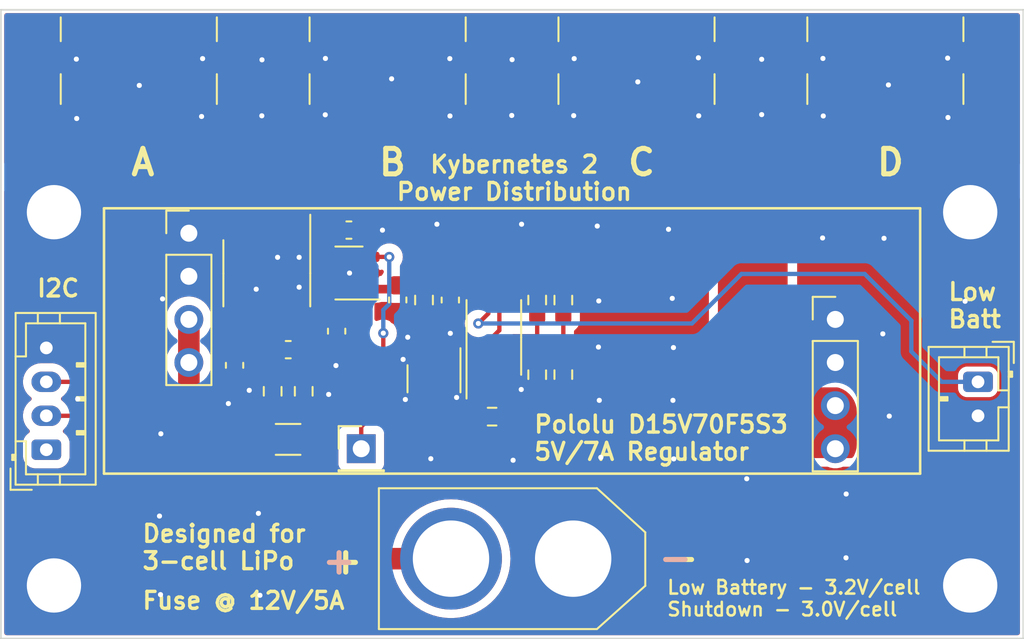
<source format=kicad_pcb>
(kicad_pcb (version 20221018) (generator pcbnew)
  (layers (0 "F.Cu" signal) (31 "B.Cu" signal) (34 "B.Paste" user) (35 "F.Paste" user) (36 "B.SilkS" user "B.Silkscreen") (37 "F.SilkS" user "F.Silkscreen") (38 "B.Mask" user) (39 "F.Mask" user) (44 "Edge.Cuts" user))
  (net 0 "")
  (net 1 "GND")
  (net 2 "+12V")
  (net 3 "+5V")
  (net 4 "LogicBattLowSense")
  (net 5 "LogicBattCritSense")
  (net 6 "LogicBattRef")
  (net 7 "Net-(U4-BP)")
  (net 8 "Net-(U3-IN+)")
  (net 9 "Net-(U3-IN-)")
  (net 10 "+3V3")
  (net 11 "REGULATOR_IN")
  (net 13 "SDA")
  (net 14 "SCL")
  (net 15 "Net-(J6-CC1)")
  (net 16 "Net-(J6-CC2)")
  (net 23 "REGULATOR_EN")
  (net 24 "Net-(J10-Pin_1)")
  (footprint "Connector_USB:USB_C_Receptacle_GCT_USB4135-GF-A_6P_TopMnt_Horizontal" (layer "F.Cu") (at 123.66 67.5 180)
    (fp_text reference "J6" hide)
    (fp_text value "USB_C_Receptacle_PowerOnly_6P" hide)
    (pad "A5" smd rect (at -0.5 -3.0325 180) (size 0.7 1.2) (layers "F.Cu" "F.Paste" "F.Mask") (net 15 "Net-(J6-CC1)"))
    (pad "A9" smd rect (at 1.52 -3.0325) (size 0.76 1.2) (layers "F.Cu" "F.Paste" "F.Mask") (net 3 "+5V"))
    (pad "A12" smd rect (at 2.75 -3.0325) (size 0.8 1.2) (layers "F.Cu" "F.Paste" "F.Mask") (net 1 "GND"))
    (pad "B5" smd rect (at 0.5 -3.0325) (size 0.7 1.2) (layers "F.Cu" "F.Paste" "F.Mask") (net 16 "Net-(J6-CC2)"))
    (pad "B9" smd rect (at -1.52 -3.0325 180) (size 0.76 1.2) (layers "F.Cu" "F.Paste" "F.Mask") (net 3 "+5V"))
    (pad "B12" smd rect (at -2.75 -3.0325 180) (size 0.8 1.2) (layers "F.Cu" "F.Paste" "F.Mask") (net 1 "GND"))
    (pad "S1" smd rect (at -5.125 -2.9775 180) (size 1.8 1.35) (layers "F.Cu" "F.Paste" "F.Mask") (net 1 "GND"))
    (pad "S1" smd rect (at -5.125 0.6025 180) (size 1.8 1.5) (layers "F.Cu" "F.Paste" "F.Mask") (net 1 "GND"))
    (pad "S1" smd rect (at 5.125 -2.9775 180) (size 1.8 1.35) (layers "F.Cu" "F.Paste" "F.Mask") (net 1 "GND"))
    (pad "S1" smd rect (at 5.125 0.6025 180) (size 1.8 1.5) (layers "F.Cu" "F.Paste" "F.Mask") (net 1 "GND"))
  )
  (footprint "Resistor_SMD:R_0603_1608Metric_Pad0.98x0.95mm_HandSolder" (layer "F.Cu") (at 133.38 86.535 90)
    (fp_text reference "R8" hide)
    (fp_text value "10" hide)
    (pad "1" smd roundrect (at -0.9125 0 90) (size 0.975 0.95) (layers "F.Cu" "F.Paste" "F.Mask") (net 2 "+12V"))
    (pad "2" smd roundrect (at 0.9125 0 90) (size 0.975 0.95) (layers "F.Cu" "F.Paste" "F.Mask") (net 8 "Net-(U3-IN+)"))
  )
  (footprint "Connector_AMASS:AMASS_XT60-M_1x02_P7.20mm_Vertical" (layer "F.Cu") (at 149.26 96.4 180)
    (fp_text reference "J1" hide)
    (fp_text value "Logic Battery" hide)
    (pad "1" thru_hole roundrect (at 0 0 180) (size 6 6) (drill 4.5) (layers "*.Cu" "*.Mask") (net 1 "GND"))
    (pad "2" thru_hole circle (at 7.2 0 180) (size 6 6) (drill 4.5) (layers "*.Cu" "*.Mask") (net 2 "+12V"))
  )
  (footprint "Capacitor_SMD:C_0603_1608Metric_Pad1.08x0.95mm_HandSolder" (layer "F.Cu") (at 136.0425 77.035)
    (fp_text reference "C4" hide)
    (fp_text value "10n")
    (pad "1" smd roundrect (at -0.8625 0) (size 1.075 0.95) (layers "F.Cu" "F.Paste" "F.Mask") (net 7 "Net-(U4-BP)"))
    (pad "2" smd roundrect (at 0.8625 0) (size 1.075 0.95) (layers "F.Cu" "F.Paste" "F.Mask") (net 1 "GND"))
  )
  (footprint "Resistor_SMD:R_0603_1608Metric_Pad0.98x0.95mm_HandSolder" (layer "F.Cu") (at 148.68 85.5525 -90)
    (fp_text reference "R2" hide)
    (fp_text value "22k1" hide)
    (pad "1" smd roundrect (at -0.9125 0 270) (size 0.975 0.95) (layers "F.Cu" "F.Paste" "F.Mask") (net 4 "LogicBattLowSense"))
    (pad "2" smd roundrect (at 0.9125 0 270) (size 0.975 0.95) (layers "F.Cu" "F.Paste" "F.Mask") (net 1 "GND"))
  )
  (footprint "Package_SO:TSSOP-8_4.4x3mm_P0.65mm" (layer "F.Cu") (at 144.585 83.3625 90)
    (fp_text reference "U2" hide)
    (fp_text value "LM2903" hide)
    (pad "1" smd roundrect (at -2.8625 -0.975 90) (size 1.475 0.4) (layers "F.Cu" "F.Paste" "F.Mask") (net 23 "REGULATOR_EN"))
    (pad "2" smd roundrect (at -2.8625 -0.325 90) (size 1.475 0.4) (layers "F.Cu" "F.Paste" "F.Mask") (net 6 "LogicBattRef"))
    (pad "3" smd roundrect (at -2.8625 0.325 90) (size 1.475 0.4) (layers "F.Cu" "F.Paste" "F.Mask") (net 5 "LogicBattCritSense"))
    (pad "4" smd roundrect (at -2.8625 0.975 90) (size 1.475 0.4) (layers "F.Cu" "F.Paste" "F.Mask") (net 1 "GND"))
    (pad "5" smd roundrect (at 2.8625 0.975 90) (size 1.475 0.4) (layers "F.Cu" "F.Paste" "F.Mask") (net 4 "LogicBattLowSense"))
    (pad "6" smd roundrect (at 2.8625 0.325 90) (size 1.475 0.4) (layers "F.Cu" "F.Paste" "F.Mask") (net 6 "LogicBattRef"))
    (pad "7" smd roundrect (at 2.8625 -0.325 90) (size 1.475 0.4) (layers "F.Cu" "F.Paste" "F.Mask") (net 24 "Net-(J10-Pin_1)"))
    (pad "8" smd roundrect (at 2.8625 -0.975 90) (size 1.475 0.4) (layers "F.Cu" "F.Paste" "F.Mask") (net 2 "+12V"))
  )
  (footprint "Capacitor_SMD:C_0603_1608Metric_Pad1.08x0.95mm_HandSolder" (layer "F.Cu") (at 142.02 81.1575 -90)
    (fp_text reference "C1" hide)
    (fp_text value "100n" hide)
    (pad "1" smd roundrect (at -0.8625 0 270) (size 1.075 0.95) (layers "F.Cu" "F.Paste" "F.Mask") (net 2 "+12V"))
    (pad "2" smd roundrect (at 0.8625 0 270) (size 1.075 0.95) (layers "F.Cu" "F.Paste" "F.Mask") (net 1 "GND"))
  )
  (footprint "Connector_PinHeader_2.54mm:PinHeader_1x04_P2.54mm_Vertical" (layer "F.Cu") (at 164.71 82.3)
    (fp_text reference "J3" hide)
    (fp_text value "Regulator Out")
    (pad "1" thru_hole rect (at 0 0) (size 1.7 1.7) (drill 1) (layers "*.Cu" "*.Mask") (net 1 "GND"))
    (pad "2" thru_hole oval (at 0 2.54) (size 1.7 1.7) (drill 1) (layers "*.Cu" "*.Mask") (net 1 "GND"))
    (pad "3" thru_hole oval (at 0 5.08) (size 1.7 1.7) (drill 1) (layers "*.Cu" "*.Mask") (net 3 "+5V"))
    (pad "4" thru_hole oval (at 0 7.62) (size 1.7 1.7) (drill 1) (layers "*.Cu" "*.Mask") (net 3 "+5V"))
  )
  (footprint "Resistor_SMD:R_1206_3216Metric_Pad1.30x1.75mm_HandSolder" (layer "F.Cu") (at 132.46 89.37 180)
    (fp_text reference "R7" hide)
    (fp_text value "8 mOhm" hide)
    (pad "1" smd roundrect (at -1.55 0 180) (size 1.3 1.75) (layers "F.Cu" "F.Paste" "F.Mask") (roundrect_rratio 0.1923076923) (net 2 "+12V"))
    (pad "2" smd roundrect (at 1.55 0 180) (size 1.3 1.75) (layers "F.Cu" "F.Paste" "F.Mask") (roundrect_rratio 0.1923076923) (net 11 "REGULATOR_IN"))
  )
  (footprint "Capacitor_SMD:C_0603_1608Metric_Pad1.08x0.95mm_HandSolder" (layer "F.Cu") (at 132.4675 84.0825 180)
    (fp_text reference "C5" hide)
    (fp_text value "1u" hide)
    (pad "1" smd roundrect (at -0.8625 0 180) (size 1.075 0.95) (layers "F.Cu" "F.Paste" "F.Mask") (net 8 "Net-(U3-IN+)"))
    (pad "2" smd roundrect (at 0.8625 0 180) (size 1.075 0.95) (layers "F.Cu" "F.Paste" "F.Mask") (net 9 "Net-(U3-IN-)"))
  )
  (footprint "Capacitor_SMD:C_0603_1608Metric_Pad1.08x0.95mm_HandSolder" (layer "F.Cu") (at 129.305 85.005 -90)
    (fp_text reference "C2" hide)
    (fp_text value "100n" hide)
    (pad "1" smd roundrect (at -0.8625 0 270) (size 1.075 0.95) (layers "F.Cu" "F.Paste" "F.Mask") (net 10 "+3V3"))
    (pad "2" smd roundrect (at 0.8625 0 270) (size 1.075 0.95) (layers "F.Cu" "F.Paste" "F.Mask") (net 1 "GND"))
  )
  (footprint "Package_SO:SOIC-8_3.9x4.9mm_P1.27mm" (layer "F.Cu") (at 131.205 79.5825 -90)
    (fp_text reference "U3" hide)
    (fp_text value "INA219BxD" hide)
    (pad "1" smd roundrect (at -2.475 -1.905 270) (size 1.95 0.6) (layers "F.Cu" "F.Paste" "F.Mask") (net 1 "GND"))
    (pad "2" smd roundrect (at -2.475 -0.635 270) (size 1.95 0.6) (layers "F.Cu" "F.Paste" "F.Mask") (net 1 "GND"))
    (pad "3" smd roundrect (at -2.475 0.635 270) (size 1.95 0.6) (layers "F.Cu" "F.Paste" "F.Mask") (net 13 "SDA"))
    (pad "4" smd roundrect (at -2.475 1.905 270) (size 1.95 0.6) (layers "F.Cu" "F.Paste" "F.Mask") (net 14 "SCL"))
    (pad "5" smd roundrect (at 2.475 1.905 270) (size 1.95 0.6) (layers "F.Cu" "F.Paste" "F.Mask") (net 10 "+3V3"))
    (pad "6" smd roundrect (at 2.475 0.635 270) (size 1.95 0.6) (layers "F.Cu" "F.Paste" "F.Mask") (net 1 "GND"))
    (pad "7" smd roundrect (at 2.475 -0.635 270) (size 1.95 0.6) (layers "F.Cu" "F.Paste" "F.Mask") (net 9 "Net-(U3-IN-)"))
    (pad "8" smd roundrect (at 2.475 -1.905 270) (size 1.95 0.6) (layers "F.Cu" "F.Paste" "F.Mask") (net 8 "Net-(U3-IN+)"))
  )
  (footprint "Package_TO_SOT_SMD:SOT-23-5" (layer "F.Cu") (at 136.0475 79.565 180)
    (fp_text reference "U4" hide)
    (fp_text value "LP2985-3.3" hide)
    (pad "1" smd roundrect (at -1.1375 -0.95 180) (size 1.325 0.6) (layers "F.Cu" "F.Paste" "F.Mask") (net 2 "+12V"))
    (pad "2" smd roundrect (at -1.1375 0 180) (size 1.325 0.6) (layers "F.Cu" "F.Paste" "F.Mask") (net 1 "GND"))
    (pad "3" smd roundrect (at -1.1375 0.95 180) (size 1.325 0.6) (layers "F.Cu" "F.Paste" "F.Mask") (net 23 "REGULATOR_EN"))
    (pad "4" smd roundrect (at 1.1375 0.95 180) (size 1.325 0.6) (layers "F.Cu" "F.Paste" "F.Mask") (net 7 "Net-(U4-BP)"))
    (pad "5" smd roundrect (at 1.1375 -0.95 180) (size 1.325 0.6) (layers "F.Cu" "F.Paste" "F.Mask") (net 10 "+3V3"))
  )
  (footprint "Capacitor_SMD:C_0603_1608Metric_Pad1.08x0.95mm_HandSolder" (layer "F.Cu") (at 138.92 81.1525 -90)
    (fp_text reference "C6" hide)
    (fp_text value "1u")
    (pad "1" smd roundrect (at -0.8625 0 270) (size 1.075 0.95) (layers "F.Cu" "F.Paste" "F.Mask") (net 2 "+12V"))
    (pad "2" smd roundrect (at 0.8625 0 270) (size 1.075 0.95) (layers "F.Cu" "F.Paste" "F.Mask") (net 1 "GND"))
  )
  (footprint "Connector_USB:USB_C_Receptacle_GCT_USB4135-GF-A_6P_TopMnt_Horizontal" (layer "F.Cu") (at 138.326667 67.5 180)
    (fp_text reference "J7" hide)
    (fp_text value "USB_C_Receptacle_PowerOnly_6P" hide)
    (pad "A5" smd rect (at -0.5 -3.0325 180) (size 0.7 1.2) (layers "F.Cu" "F.Paste" "F.Mask"))
    (pad "A9" smd rect (at 1.52 -3.0325) (size 0.76 1.2) (layers "F.Cu" "F.Paste" "F.Mask") (net 3 "+5V"))
    (pad "A12" smd rect (at 2.75 -3.0325) (size 0.8 1.2) (layers "F.Cu" "F.Paste" "F.Mask") (net 1 "GND"))
    (pad "B5" smd rect (at 0.5 -3.0325) (size 0.7 1.2) (layers "F.Cu" "F.Paste" "F.Mask"))
    (pad "B9" smd rect (at -1.52 -3.0325 180) (size 0.76 1.2) (layers "F.Cu" "F.Paste" "F.Mask") (net 3 "+5V"))
    (pad "B12" smd rect (at -2.75 -3.0325 180) (size 0.8 1.2) (layers "F.Cu" "F.Paste" "F.Mask") (net 1 "GND"))
    (pad "S1" smd rect (at -5.125 -2.9775 180) (size 1.8 1.35) (layers "F.Cu" "F.Paste" "F.Mask") (net 1 "GND"))
    (pad "S1" smd rect (at -5.125 0.6025 180) (size 1.8 1.5) (layers "F.Cu" "F.Paste" "F.Mask") (net 1 "GND"))
    (pad "S1" smd rect (at 5.125 -2.9775 180) (size 1.8 1.35) (layers "F.Cu" "F.Paste" "F.Mask") (net 1 "GND"))
    (pad "S1" smd rect (at 5.125 0.6025 180) (size 1.8 1.5) (layers "F.Cu" "F.Paste" "F.Mask") (net 1 "GND"))
  )
  (footprint "Connector_JST:JST_PH_B4B-PH-K_1x04_P2.00mm_Vertical" (layer "F.Cu") (at 118.21 89.98 90)
    (fp_text reference "J5" hide)
    (fp_text value "I2C")
    (pad "1" thru_hole roundrect (at 0 0 90) (size 1.2 1.75) (drill 0.75) (layers "*.Cu" "*.Mask") (roundrect_rratio 0.2083333333))
    (pad "2" thru_hole oval (at 2 0 90) (size 1.2 1.75) (drill 0.75) (layers "*.Cu" "*.Mask") (net 13 "SDA"))
    (pad "3" thru_hole oval (at 4 0 90) (size 1.2 1.75) (drill 0.75) (layers "*.Cu" "*.Mask") (net 14 "SCL"))
    (pad "4" thru_hole oval (at 6 0 90) (size 1.2 1.75) (drill 0.75) (layers "*.Cu" "*.Mask") (net 1 "GND"))
  )
  (footprint "Footprints:MountingHole_3.2mm_M3_Pad_Square" (layer "F.Cu") (at 172.66 97.98)
    (fp_text reference "H4" hide)
    (fp_text value "MountingHole_Pad" hide)
    (pad "1" thru_hole rect (at 0 0) (size 5.6 5.6) (drill 3.2) (layers "*.Cu" "*.Mask") (net 1 "GND"))
  )
  (footprint "Footprints:MountingHole_3.2mm_M3_Pad_Square" (layer "F.Cu") (at 118.66 75.98)
    (fp_text reference "H1" hide)
    (fp_text value "MountingHole_Pad" hide)
    (pad "1" thru_hole rect (at 0 0) (size 5.6 5.6) (drill 3.2) (layers "*.Cu" "*.Mask") (net 1 "GND"))
  )
  (footprint "Footprints:MountingHole_3.2mm_M3_Pad_Square" (layer "F.Cu") (at 172.66 75.98)
    (fp_text reference "H3" hide)
    (fp_text value "MountingHole_Pad" hide)
    (pad "1" thru_hole rect (at 0 0) (size 5.6 5.6) (drill 3.2) (layers "*.Cu" "*.Mask") (net 1 "GND"))
  )
  (footprint "Resistor_SMD:R_0603_1608Metric_Pad0.98x0.95mm_HandSolder" (layer "F.Cu") (at 147.14 81.1575 -90)
    (fp_text reference "R3" hide)
    (fp_text value "44k2" hide)
    (pad "1" smd roundrect (at -0.9125 0 270) (size 0.975 0.95) (layers "F.Cu" "F.Paste" "F.Mask") (net 2 "+12V"))
    (pad "2" smd roundrect (at 0.9125 0 270) (size 0.975 0.95) (layers "F.Cu" "F.Paste" "F.Mask") (net 5 "LogicBattCritSense"))
  )
  (footprint "Connector_JST:JST_PH_B2B-PH-K_1x02_P2.00mm_Vertical" (layer "F.Cu") (at 173.12 85.98 -90)
    (fp_text reference "J10" hide)
    (fp_text value "Battery Low" hide)
    (pad "1" thru_hole roundrect (at 0 0 270) (size 1.2 1.75) (drill 0.75) (layers "*.Cu" "*.Mask") (roundrect_rratio 0.2083333333) (net 24 "Net-(J10-Pin_1)"))
    (pad "2" thru_hole oval (at 2 0 270) (size 1.2 1.75) (drill 0.75) (layers "*.Cu" "*.Mask") (net 1 "GND"))
  )
  (footprint "Resistor_SMD:R_0603_1608Metric_Pad0.98x0.95mm_HandSolder" (layer "F.Cu") (at 140.47 81.1575 -90)
    (fp_text reference "R6" hide)
    (fp_text value "75k" hide)
    (pad "1" smd roundrect (at -0.9125 0 270) (size 0.975 0.95) (layers "F.Cu" "F.Paste" "F.Mask") (net 2 "+12V"))
    (pad "2" smd roundrect (at 0.9125 0 270) (size 0.975 0.95) (layers "F.Cu" "F.Paste" "F.Mask") (net 6 "LogicBattRef"))
  )
  (footprint "Footprints:MountingHole_3.2mm_M3_Pad_Square" (layer "F.Cu") (at 118.66 97.98)
    (fp_text reference "H2" hide)
    (fp_text value "MountingHole_Pad" hide)
    (pad "1" thru_hole rect (at 0 0) (size 5.6 5.6) (drill 3.2) (layers "*.Cu" "*.Mask") (net 1 "GND"))
  )
  (footprint "Resistor_SMD:R_0603_1608Metric_Pad0.98x0.95mm_HandSolder" (layer "F.Cu") (at 131.55 86.535 90)
    (fp_text reference "R9" hide)
    (fp_text value "10" hide)
    (pad "1" smd roundrect (at -0.9125 0 90) (size 0.975 0.95) (layers "F.Cu" "F.Paste" "F.Mask") (net 11 "REGULATOR_IN"))
    (pad "2" smd roundrect (at 0.9125 0 90) (size 0.975 0.95) (layers "F.Cu" "F.Paste" "F.Mask") (net 9 "Net-(U3-IN-)"))
  )
  (footprint "Resistor_SMD:R_0603_1608Metric_Pad0.98x0.95mm_HandSolder" (layer "F.Cu") (at 144.4825 88.03 180)
    (fp_text reference "R5" hide)
    (fp_text value "1M" hide)
    (pad "1" smd roundrect (at -0.9125 0 180) (size 0.975 0.95) (layers "F.Cu" "F.Paste" "F.Mask") (net 5 "LogicBattCritSense"))
    (pad "2" smd roundrect (at 0.9125 0 180) (size 0.975 0.95) (layers "F.Cu" "F.Paste" "F.Mask") (net 23 "REGULATOR_EN"))
  )
  (footprint "Resistor_SMD:R_0603_1608Metric_Pad0.98x0.95mm_HandSolder" (layer "F.Cu") (at 148.68 81.16 -90)
    (fp_text reference "R1" hide)
    (fp_text value "48k7" hide)
    (pad "1" smd roundrect (at -0.9125 0 270) (size 0.975 0.95) (layers "F.Cu" "F.Paste" "F.Mask") (net 2 "+12V"))
    (pad "2" smd roundrect (at 0.9125 0 270) (size 0.975 0.95) (layers "F.Cu" "F.Paste" "F.Mask") (net 4 "LogicBattLowSense"))
  )
  (footprint "Capacitor_SMD:C_0603_1608Metric_Pad1.08x0.95mm_HandSolder" (layer "F.Cu") (at 135.32 82.9925 -90)
    (fp_text reference "C3" hide)
    (fp_text value "2.2u" hide)
    (pad "1" smd roundrect (at -0.8625 0 270) (size 1.075 0.95) (layers "F.Cu" "F.Paste" "F.Mask") (net 10 "+3V3"))
    (pad "2" smd roundrect (at 0.8625 0 270) (size 1.075 0.95) (layers "F.Cu" "F.Paste" "F.Mask") (net 1 "GND"))
  )
  (footprint "Package_TO_SOT_SMD:SOT-23-3" (layer "F.Cu") (at 141.0575 85.7975 -90)
    (fp_text reference "U1" hide)
    (fp_text value "LM4040CEM3-3.0T" hide)
    (pad "1" smd roundrect (at -1.1375 -0.95 270) (size 1.325 0.6) (layers "F.Cu" "F.Paste" "F.Mask") (net 6 "LogicBattRef"))
    (pad "2" smd roundrect (at -1.1375 0.95 270) (size 1.325 0.6) (layers "F.Cu" "F.Paste" "F.Mask") (net 1 "GND"))
    (pad "3" smd roundrect (at 1.1375 0 270) (size 1.325 0.6) (layers "F.Cu" "F.Paste" "F.Mask"))
  )
  (footprint "Resistor_SMD:R_0603_1608Metric_Pad0.98x0.95mm_HandSolder" (layer "F.Cu") (at 147.14 85.5575 -90)
    (fp_text reference "R4" hide)
    (fp_text value "22k1" hide)
    (pad "1" smd roundrect (at -0.9125 0 270) (size 0.975 0.95) (layers "F.Cu" "F.Paste" "F.Mask") (net 5 "LogicBattCritSense"))
    (pad "2" smd roundrect (at 0.9125 0 270) (size 0.975 0.95) (layers "F.Cu" "F.Paste" "F.Mask") (net 1 "GND"))
  )
  (footprint "Connector_USB:USB_C_Receptacle_GCT_USB4135-GF-A_6P_TopMnt_Horizontal" (layer "F.Cu") (at 152.993333 67.5 180)
    (fp_text reference "J8" hide)
    (fp_text value "USB_C_Receptacle_PowerOnly_6P" hide)
    (pad "A5" smd rect (at -0.5 -3.0325 180) (size 0.7 1.2) (layers "F.Cu" "F.Paste" "F.Mask"))
    (pad "A9" smd rect (at 1.52 -3.0325) (size 0.76 1.2) (layers "F.Cu" "F.Paste" "F.Mask") (net 3 "+5V"))
    (pad "A12" smd rect (at 2.75 -3.0325) (size 0.8 1.2) (layers "F.Cu" "F.Paste" "F.Mask") (net 1 "GND"))
    (pad "B5" smd rect (at 0.5 -3.0325) (size 0.7 1.2) (layers "F.Cu" "F.Paste" "F.Mask"))
    (pad "B9" smd rect (at -1.52 -3.0325 180) (size 0.76 1.2) (layers "F.Cu" "F.Paste" "F.Mask") (net 3 "+5V"))
    (pad "B12" smd rect (at -2.75 -3.0325 180) (size 0.8 1.2) (layers "F.Cu" "F.Paste" "F.Mask") (net 1 "GND"))
    (pad "S1" smd rect (at -5.125 -2.9775 180) (size 1.8 1.35) (layers "F.Cu" "F.Paste" "F.Mask") (net 1 "GND"))
    (pad "S1" smd rect (at -5.125 0.6025 180) (size 1.8 1.5) (layers "F.Cu" "F.Paste" "F.Mask") (net 1 "GND"))
    (pad "S1" smd rect (at 5.125 -2.9775 180) (size 1.8 1.35) (layers "F.Cu" "F.Paste" "F.Mask") (net 1 "GND"))
    (pad "S1" smd rect (at 5.125 0.6025 180) (size 1.8 1.5) (layers "F.Cu" "F.Paste" "F.Mask") (net 1 "GND"))
  )
  (footprint "Connector_PinHeader_2.54mm:PinHeader_1x01_P2.54mm_Vertical" (layer "F.Cu") (at 136.77 89.92)
    (fp_text reference "J4" hide)
    (fp_text value "Regulator Enable" hide)
    (pad "1" thru_hole rect (at 0 0) (size 1.7 1.7) (drill 1) (layers "*.Cu" "*.Mask") (net 23 "REGULATOR_EN"))
  )
  (footprint "Connector_USB:USB_C_Receptacle_GCT_USB4135-GF-A_6P_TopMnt_Horizontal" (layer "F.Cu") (at 167.66 67.5 180)
    (fp_text reference "J9" hide)
    (fp_text value "USB_C_Receptacle_PowerOnly_6P" hide)
    (pad "A5" smd rect (at -0.5 -3.0325 180) (size 0.7 1.2) (layers "F.Cu" "F.Paste" "F.Mask"))
    (pad "A9" smd rect (at 1.52 -3.0325) (size 0.76 1.2) (layers "F.Cu" "F.Paste" "F.Mask") (net 3 "+5V"))
    (pad "A12" smd rect (at 2.75 -3.0325) (size 0.8 1.2) (layers "F.Cu" "F.Paste" "F.Mask") (net 1 "GND"))
    (pad "B5" smd rect (at 0.5 -3.0325) (size 0.7 1.2) (layers "F.Cu" "F.Paste" "F.Mask"))
    (pad "B9" smd rect (at -1.52 -3.0325 180) (size 0.76 1.2) (layers "F.Cu" "F.Paste" "F.Mask") (net 3 "+5V"))
    (pad "B12" smd rect (at -2.75 -3.0325 180) (size 0.8 1.2) (layers "F.Cu" "F.Paste" "F.Mask") (net 1 "GND"))
    (pad "S1" smd rect (at -5.125 -2.9775 180) (size 1.8 1.35) (layers "F.Cu" "F.Paste" "F.Mask") (net 1 "GND"))
    (pad "S1" smd rect (at -5.125 0.6025 180) (size 1.8 1.5) (layers "F.Cu" "F.Paste" "F.Mask") (net 1 "GND"))
    (pad "S1" smd rect (at 5.125 -2.9775 180) (size 1.8 1.35) (layers "F.Cu" "F.Paste" "F.Mask") (net 1 "GND"))
    (pad "S1" smd rect (at 5.125 0.6025 180) (size 1.8 1.5) (layers "F.Cu" "F.Paste" "F.Mask") (net 1 "GND"))
  )
  (footprint "Connector_PinHeader_2.54mm:PinHeader_1x04_P2.54mm_Vertical" (layer "F.Cu") (at 126.61 77.22)
    (fp_text reference "J2" hide)
    (fp_text value "Regulator In")
    (pad "1" thru_hole rect (at 0 0) (size 1.7 1.7) (drill 1) (layers "*.Cu" "*.Mask") (net 1 "GND"))
    (pad "2" thru_hole oval (at 0 2.54) (size 1.7 1.7) (drill 1) (layers "*.Cu" "*.Mask") (net 1 "GND"))
    (pad "3" thru_hole oval (at 0 5.08) (size 1.7 1.7) (drill 1) (layers "*.Cu" "*.Mask") (net 11 "REGULATOR_IN"))
    (pad "4" thru_hole oval (at 0 7.62) (size 1.7 1.7) (drill 1) (layers "*.Cu" "*.Mask") (net 11 "REGULATOR_IN"))
  )
  (gr_line (start 169.71 91.39) (end 121.61 91.39) (stroke (width 0.15)) (layer "F.SilkS"))
  (gr_line (start 121.61 75.75) (end 169.71 75.75) (stroke (width 0.15)) (layer "F.SilkS"))
  (gr_line (start 121.61 91.39) (end 121.61 75.75) (stroke (width 0.15)) (layer "F.SilkS"))
  (gr_line (start 169.71 75.75) (end 169.71 91.39) (stroke (width 0.15)) (layer "F.SilkS"))
  (gr_rect (start 115.53 64.05) (end 175.79 101.11) (stroke (width 0.1)) (fill none) (layer "Edge.Cuts"))
  (gr_text "-" (at 156.41 97.22) (layer "B.SilkS") (effects (font (size 1.5 1.5) (thickness 0.3) bold) (justify left bottom mirror)))
  (gr_text "+" (at 136.59 97.39) (layer "B.SilkS") (effects (font (size 1.5 1.5) (thickness 0.3) bold) (justify left bottom mirror)))
  (gr_text "C" (at 152.34 73.92) (layer "F.SilkS") (effects (font (size 1.5 1.5) (thickness 0.3) bold) (justify left bottom)))
  (gr_text "A" (at 123.06 73.92) (layer "F.SilkS") (effects (font (size 1.5 1.5) (thickness 0.3) bold) (justify left bottom)))
  (gr_text "+" (at 134.73 97.39) (layer "F.SilkS") (effects (font (size 1.5 1.5) (thickness 0.3) bold) (justify left bottom)))
  (gr_text "Pololu D15V70F5S3\n5V/7A Regulator" (at 146.86 90.68) (layer "F.SilkS") (effects (font (size 1 1) (thickness 0.2) bold) (justify left bottom)))
  (gr_text "B" (at 137.66 73.92) (layer "F.SilkS") (effects (font (size 1.5 1.5) (thickness 0.3) bold) (justify left bottom)))
  (gr_text "Designed for\n3-cell LiPo" (at 123.77 97.12) (layer "F.SilkS") (effects (font (size 1 1) (thickness 0.2) bold) (justify left bottom)))
  (gr_text "I2C" (at 117.56 81.05) (layer "F.SilkS") (effects (font (size 1 1) (thickness 0.2) bold) (justify left bottom)))
  (gr_text "Fuse @ 12V/5A" (at 123.77 99.46) (layer "F.SilkS") (effects (font (size 1 1) (thickness 0.2) bold) (justify left bottom)))
  (gr_text "D" (at 167.01 73.92) (layer "F.SilkS") (effects (font (size 1.5 1.5) (thickness 0.3) bold) (justify left bottom)))
  (gr_text "Kybernetes 2\nPower Distribution" (at 145.79 75.36) (layer "F.SilkS") (effects (font (size 1 1) (thickness 0.2) bold) (justify bottom)))
  (gr_text "Low Battery - 3.2V/cell\nShutdown - 3.0V/cell" (at 154.72 99.85) (layer "F.SilkS") (effects (font (size 0.8 0.8) (thickness 0.15) bold) (justify left bottom)))
  (gr_text "Low\nBatt" (at 171.27 82.87) (layer "F.SilkS") (effects (font (size 1 1) (thickness 0.2) bold) (justify left bottom)))
  (gr_text "-" (at 154.54 97.22) (layer "F.SilkS") (effects (font (size 1.5 1.5) (thickness 0.3) bold) (justify left bottom)))
  (segment (start 138.85 82.085) (end 138.92 82.015) (width 0.254) (layer "F.Cu") (net 1))
  (segment (start 130.57 80.53) (end 130.58 80.52) (width 0.254) (layer "F.Cu") (net 1))
  (segment (start 139.24 84.66) (end 139.2375 84.6575) (width 0.254) (layer "F.Cu") (net 1))
  (segment (start 147.145 86.465) (end 147.14 86.47) (width 0.254) (layer "F.Cu") (net 1))
  (segment (start 136.085 79.565) (end 136.08 79.57) (width 0.254) (layer "F.Cu") (net 1))
  (segment (start 138.015 77.035) (end 138.02 77.04) (width 0.254) (layer "F.Cu") (net 1))
  (via (at 135.28 85.02) (size 0.6) (drill 0.3) (layers "F.Cu" "B.Cu") (net 1))
  (via (at 150.8 87.07) (size 0.6) (drill 0.3) (layers "F.Cu" "B.Cu") (net 1))
  (via (at 145.64 70.28) (size 0.6) (drill 0.3) (layers "F.Cu" "B.Cu") (net 1))
  (via (at 123.69 68.51) (size 0.6) (drill 0.3) (layers "F.Cu" "B.Cu") (net 1))
  (via (at 167.89 88) (size 0.6) (drill 0.3) (layers "F.Cu" "B.Cu") (net 1))
  (via (at 150.77 81.21) (size 0.6) (drill 0.3) (layers "F.Cu" "B.Cu") (net 1))
  (via (at 156.64 66.88) (size 0.6) (drill 0.3) (layers "F.Cu" "B.Cu") (net 1))
  (via (at 153.07 68.3) (size 0.6) (drill 0.3) (layers "F.Cu" "B.Cu") (net 1))
  (via (at 120 70.46) (size 0.6) (drill 0.3) (layers "F.Cu" "B.Cu") (net 1))
  (via (at 130.91 70.3) (size 0.6) (drill 0.3) (layers "F.Cu" "B.Cu") (net 1))
  (via (at 145.72 90.6) (size 0.6) (drill 0.3) (layers "F.Cu" "B.Cu") (net 1))
  (via (at 164 70.31) (size 0.6) (drill 0.3) (layers "F.Cu" "B.Cu") (net 1))
  (via (at 130.71 93.73) (size 0.6) (drill 0.3) (layers "F.Cu" "B.Cu") (net 1))
  (via (at 140.87 90.51) (size 0.6) (drill 0.3) (layers "F.Cu" "B.Cu") (net 1))
  (via (at 130.8 98.56) (size 0.6) (drill 0.3) (layers "F.Cu" "B.Cu") (net 1))
  (via (at 131.84 78.64) (size 0.6) (drill 0.3) (layers "F.Cu" "B.Cu") (net 1))
  (via (at 128.94 87.26) (size 0.6) (drill 0.3) (layers "F.Cu" "B.Cu") (net 1))
  (via (at 134.66 66.92) (size 0.6) (drill 0.3) (layers "F.Cu" "B.Cu") (net 1))
  (via (at 138.56 68.12) (size 0.6) (drill 0.3) (layers "F.Cu" "B.Cu") (net 1))
  (via (at 133.11 78.64) (size 0.6) (drill 0.3) (layers "F.Cu" "B.Cu") (net 1))
  (via (at 163.96 77.5) (size 0.6) (drill 0.3) (layers "F.Cu" "B.Cu") (net 1))
  (via (at 146.22 76.69) (size 0.6) (drill 0.3) (layers "F.Cu" "B.Cu") (net 1))
  (via (at 142 70.31) (size 0.6) (drill 0.3) (layers "F.Cu" "B.Cu") (net 1))
  (via (at 171.35 70.4) (size 0.6) (drill 0.3) (layers "F.Cu" "B.Cu") (net 1))
  (via (at 165.35 92.59) (size 0.6) (drill 0.3) (layers "F.Cu" "B.Cu") (net 1))
  (via (at 155.19 90.52) (size 0.6) (drill 0.3) (layers "F.Cu" "B.Cu") (net 1))
  (via (at 160.37 66.97) (size 0.6) (drill 0.3) (layers "F.Cu" "B.Cu") (net 1))
  (via (at 165.34 96.35) (size 0.6) (drill 0.3) (layers "F.Cu" "B.Cu") (net 1))
  (via (at 167.58 77.52) (size 0.6) (drill 0.3) (layers "F.Cu" "B.Cu") (net 1))
  (via (at 139.2375 84.6575) (size 0.6) (drill 0.3) (layers "F.Cu" "B.Cu") (net 1))
  (via (at 124.94 98.52) (size 0.6) (drill 0.3) (layers "F.Cu" "B.Cu") (net 1))
  (via (at 163.98 66.92) (size 0.6) (drill 0.3) (layers "F.Cu" "B.Cu") (net 1))
  (via (at 136.08 79.57) (size 0.6) (drill 0.3) (layers "F.Cu" "B.Cu") (net 1))
  (via (at 171.33 66.9) (size 0.6) (drill 0.3) (layers "F.Cu" "B.Cu") (net 1))
  (via (at 119.98 66.96) (size 0.6) (drill 0.3) (layers "F.Cu" "B.Cu") (net 1))
  (via (at 120.06 86.99) (size 0.6) (drill 0.3) (layers "F.Cu" "B.Cu") (net 1))
  (via (at 133.11 80.4) (size 0.6) (drill 0.3) (layers "F.Cu" "B.Cu") (net 1))
  (via (at 124.88 93.89) (size 0.6) (drill 0.3) (layers "F.Cu" "B.Cu") (net 1))
  (via (at 159.51 96.51) (size 0.6) (drill 0.3) (layers "F.Cu" "B.Cu") (net 1))
  (via (at 159.49 91.69) (size 0.6) (drill 0.3) (layers "F.Cu" "B.Cu") (net 1))
  (via (at 167.51 83.15) (size 0.6) (drill 0.3) (layers "F.Cu" "B.Cu") (net 1))
  (via (at 124.96 89.04) (size 0.6) (drill 0.3) (layers "F.Cu" "B.Cu") (net 1))
  (via (at 138.02 77.04) (size 0.6) (drill 0.3) (layers "F.Cu" "B.Cu") (net 1))
  (via (at 155.17 83.96) (size 0.6) (drill 0.3) (layers "F.Cu" "B.Cu") (net 1))
  (via (at 127.36 70.34) (size 0.6) (drill 0.3) (layers "F.Cu" "B.Cu") (net 1))
  (via (at 154.88 76.99) (size 0.6) (drill 0.3) (layers "F.Cu" "B.Cu") (net 1))
  (via (at 130.58 80.52) (size 0.6) (drill 0.3) (layers "F.Cu" "B.Cu") (net 1))
  (via (at 149.29 70.29) (size 0.6) (drill 0.3) (layers "F.Cu" "B.Cu") (net 1))
  (via (at 150.89 90.43) (size 0.6) (drill 0.3) (layers "F.Cu" "B.Cu") (net 1))
  (via (at 141.99 66.93) (size 0.6) (drill 0.3) (layers "F.Cu" "B.Cu") (net 1))
  (via (at 142.02 83.12) (size 0.6) (drill 0.3) (layers "F.Cu" "B.Cu") (net 1))
  (via (at 139.37 87.02) (size 0.6) (drill 0.3) (layers "F.Cu" "B.Cu") (net 1))
  (via (at 160.37 70.23) (size 0.6) (drill 0.3) (layers "F.Cu" "B.Cu") (net 1))
  (via (at 150.68 76.8) (size 0.6) (drill 0.3) (layers "F.Cu" "B.Cu") (net 1))
  (via (at 149.32 66.93) (size 0.6) (drill 0.3) (layers "F.Cu" "B.Cu") (net 1))
  (via (at 139.51 83.35) (size 0.6) (drill 0.3) (layers "F.Cu" "B.Cu") (net 1))
  (via (at 156.66 70.3) (size 0.6) (drill 0.3) (layers "F.Cu" "B.Cu") (net 1))
  (via (at 134.85 86.72) (size 0.6) (drill 0.3) (layers "F.Cu" "B.Cu") (net 1))
  (via (at 142.39 86.9) (size 0.6) (drill 0.3) (layers "F.Cu" "B.Cu") (net 1))
  (via (at 167.84 68.48) (size 0.6) (drill 0.3) (layers "F.Cu" "B.Cu") (net 1))
  (via (at 155.1 81.06) (size 0.6) (drill 0.3) (layers "F.Cu" "B.Cu") (net 1))
  (via (at 127.42 66.93) (size 0.6) (drill 0.3) (layers "F.Cu" "B.Cu") (net 1))
  (via (at 141.23 76.69) (size 0.6) (drill 0.3) (layers "F.Cu" "B.Cu") (net 1))
  (via (at 172.36 81.23) (size 0.6) (drill 0.3) (layers "F.Cu" "B.Cu") (net 1))
  (via (at 134.65 70.24) (size 0.6) (drill 0.3) (layers "F.Cu" "B.Cu") (net 1))
  (via (at 146.2 86.43) (size 0.6) (drill 0.3) (layers "F.Cu" "B.Cu") (net 1))
  (via (at 125.06 81.09) (size 0.6) (drill 0.3) (layers "F.Cu" "B.Cu") (net 1))
  (via (at 150.75 83.93) (size 0.6) (drill 0.3) (layers "F.Cu" "B.Cu") (net 1))
  (via (at 145.66 66.99) (size 0.6) (drill 0.3) (layers "F.Cu" "B.Cu") (net 1))
  (via (at 155.14 87.07) (size 0.6) (drill 0.3) (layers "F.Cu" "B.Cu") (net 1))
  (via (at 130.92 67) (size 0.6) (drill 0.3) (layers "F.Cu" "B.Cu") (net 1))
  (via (at 130.17 86.48) (size 0.6) (drill 0.3) (layers "F.Cu" "B.Cu") (net 1))
  (segment (start 134.01 91.56) (end 134.01 89.37) (width 1.27) (layer "F.Cu") (net 2))
  (segment (start 138.92 80.29) (end 140.425 80.29) (width 0.508) (layer "F.Cu") (net 2))
  (segment (start 147.14 80.245) (end 147.14 79.28) (width 0.508) (layer "F.Cu") (net 2))
  (segment (start 141.97 80.245) (end 142.02 80.295) (width 0.508) (layer "F.Cu") (net 2))
  (segment (start 142.06 96.4) (end 138.32 96.4) (width 1.27) (layer "F.Cu") (net 2))
  (segment (start 138.695 80.515) (end 138.92 80.29) (width 0.508) (layer "F.Cu") (net 2))
  (segment (start 134.01 92.09) (end 134.01 91.56) (width 1.27) (layer "F.Cu") (net 2))
  (segment (start 147.14 79.28) (end 146.84 78.98) (width 0.508) (layer "F.Cu") (net 2))
  (segment (start 132.74 89.38) (end 132.74 88.0875) (width 0.15) (layer "F.Cu") (net 2))
  (segment (start 140.47 80.245) (end 141.97 80.245) (width 0.508) (layer "F.Cu") (net 2))
  (segment (start 143.61 79.39) (end 144.02 78.98) (width 0.508) (layer "F.Cu") (net 2))
  (segment (start 136.79375 86.61375) (end 134.02 89.3875) (width 0.508) (layer "F.Cu") (net 2))
  (segment (start 147.14 80.245) (end 148.6775 80.245) (width 0.508) (layer "F.Cu") (net 2))
  (segment (start 136.79375 80.90625) (end 137.185 80.515) (width 0.508) (layer "F.Cu") (net 2))
  (segment (start 132.74 89.38) (end 134 89.38) (width 0.15) (layer "F.Cu") (net 2))
  (segment (start 132.74 88.0875) (end 133.38 87.4475) (width 0.15) (layer "F.Cu") (net 2))
  (segment (start 138.32 96.4) (end 134.01 92.09) (width 1.27) (layer "F.Cu") (net 2))
  (segment (start 142.02 79.57) (end 142.02 80.295) (width 0.508) (layer "F.Cu") (net 2))
  (segment (start 144.02 78.98) (end 146.84 78.98) (width 0.508) (layer "F.Cu") (net 2))
  (segment (start 142.2 79.39) (end 142.02 79.57) (width 0.508) (layer "F.Cu") (net 2))
  (segment (start 143.61 79.39) (end 142.2 79.39) (width 0.508) (layer "F.Cu") (net 2))
  (segment (start 134 89.38) (end 134.01 89.37) (width 0.15) (layer "F.Cu") (net 2))
  (segment (start 136.79375 86.61375) (end 136.79375 80.90625) (width 0.508) (layer "F.Cu") (net 2))
  (segment (start 140.425 80.29) (end 140.47 80.245) (width 0.508) (layer "F.Cu") (net 2))
  (segment (start 143.61 80.5) (end 143.61 79.39) (width 0.508) (layer "F.Cu") (net 2))
  (segment (start 137.185 80.515) (end 138.695 80.515) (width 0.508) (layer "F.Cu") (net 2))
  (segment (start 148.6775 80.245) (end 148.68 80.2475) (width 0.508) (layer "F.Cu") (net 2))
  (segment (start 148.68 84.64) (end 148.68 82.0725) (width 0.254) (layer "F.Cu") (net 4))
  (segment (start 147.7575 81.15) (end 148.68 82.0725) (width 0.254) (layer "F.Cu") (net 4))
  (segment (start 146.21 81.15) (end 147.7575 81.15) (width 0.254) (layer "F.Cu") (net 4))
  (segment (start 145.56 80.5) (end 146.21 81.15) (width 0.254) (layer "F.Cu") (net 4))
  (segment (start 147.14 82.07) (end 147.14 83.29) (width 0.254) (layer "F.Cu") (net 5))
  (segment (start 147.14 83.29) (end 147.14 84.645) (width 0.254) (layer "F.Cu") (net 5))
  (segment (start 144.91 86.225) (end 144.91 87.545) (width 0.254) (layer "F.Cu") (net 5))
  (segment (start 144.91 84.14) (end 145.76 83.29) (width 0.254) (layer "F.Cu") (net 5))
  (segment (start 144.91 87.545) (end 145.395 88.03) (width 0.254) (layer "F.Cu") (net 5))
  (segment (start 145.76 83.29) (end 147.14 83.29) (width 0.254) (layer "F.Cu") (net 5))
  (segment (start 144.91 86.225) (end 144.91 84.14) (width 0.254) (layer "F.Cu") (net 5))
  (segment (start 144.25 84.66) (end 144.26 84.67) (width 0.254) (layer "F.Cu") (net 6))
  (segment (start 144.26 84.67) (end 144.26 83.59) (width 0.254) (layer "F.Cu") (net 6))
  (segment (start 144.26 83.59) (end 144.91 82.94) (width 0.254) (layer "F.Cu") (net 6))
  (segment (start 144.26 86.225) (end 144.26 84.67) (width 0.254) (layer "F.Cu") (net 6))
  (segment (start 142.0075 84.66) (end 144.25 84.66) (width 0.254) (layer "F.Cu") (net 6))
  (segment (start 144.91 82.94) (end 144.91 80.5) (width 0.254) (layer "F.Cu") (net 6))
  (segment (start 142 84.66) (end 140.47 83.13) (width 0.254) (layer "F.Cu") (net 6))
  (segment (start 140.47 83.13) (end 140.47 82.07) (width 0.254) (layer "F.Cu") (net 6))
  (segment (start 135.18 77.035) (end 135.18 78.345) (width 0.254) (layer "F.Cu") (net 7))
  (segment (start 135.18 78.345) (end 134.91 78.615) (width 0.254) (layer "F.Cu") (net 7))
  (segment (start 132.86 85.0975) (end 132.86 84.5525) (width 0.127) (layer "F.Cu") (net 8))
  (segment (start 132.88 83.6325) (end 132.88 82.2875) (width 0.127) (layer "F.Cu") (net 8))
  (segment (start 133.33 84.0825) (end 132.88 83.6325) (width 0.127) (layer "F.Cu") (net 8))
  (segment (start 133.38 85.6175) (end 132.86 85.0975) (width 0.127) (layer "F.Cu") (net 8))
  (segment (start 133.38 85.6225) (end 133.38 85.6175) (width 0.127) (layer "F.Cu") (net 8))
  (segment (start 132.86 84.5525) (end 133.33 84.0825) (width 0.127) (layer "F.Cu") (net 8))
  (segment (start 132.88 82.2875) (end 133.11 82.0575) (width 0.127) (layer "F.Cu") (net 8))
  (segment (start 132.07 83.6175) (end 132.07 82.2875) (width 0.127) (layer "F.Cu") (net 9))
  (segment (start 131.55 85.6225) (end 132.08 85.0925) (width 0.127) (layer "F.Cu") (net 9))
  (segment (start 132.08 84.5575) (end 131.605 84.0825) (width 0.127) (layer "F.Cu") (net 9))
  (segment (start 132.07 82.2875) (end 131.84 82.0575) (width 0.127) (layer "F.Cu") (net 9))
  (segment (start 131.605 84.0825) (end 132.07 83.6175) (width 0.127) (layer "F.Cu") (net 9))
  (segment (start 132.08 85.0925) (end 132.08 84.5575) (width 0.127) (layer "F.Cu") (net 9))
  (segment (start 130.105 79.565) (end 133.96 79.565) (width 0.254) (layer "F.Cu") (net 10))
  (segment (start 135.32 80.925) (end 134.91 80.515) (width 0.254) (layer "F.Cu") (net 10))
  (segment (start 129.3 84.1375) (end 129.305 84.1425) (width 0.254) (layer "F.Cu") (net 10))
  (segment (start 129.3 82.0575) (end 129.3 84.1375) (width 0.254) (layer "F.Cu") (net 10))
  (segment (start 129.3 80.37) (end 130.105 79.565) (width 0.254) (layer "F.Cu") (net 10))
  (segment (start 135.32 82.13) (end 135.32 80.925) (width 0.254) (layer "F.Cu") (net 10))
  (segment (start 129.3 82.0575) (end 129.3 80.37) (width 0.254) (layer "F.Cu") (net 10))
  (segment (start 133.96 79.565) (end 134.91 80.515) (width 0.254) (layer "F.Cu") (net 10))
  (segment (start 128.16 89.09) (end 128.44 89.37) (width 1.27) (layer "F.Cu") (net 11))
  (segment (start 126.61 82.3) (end 126.61 84.84) (width 1.27) (layer "F.Cu") (net 11))
  (segment (start 132.19 89.38) (end 130.92 89.38) (width 0.15) (layer "F.Cu") (net 11))
  (segment (start 132.19 89.38) (end 132.19 88.0875) (width 0.15) (layer "F.Cu") (net 11))
  (segment (start 128.44 89.37) (end 130.91 89.37) (width 1.27) (layer "F.Cu") (net 11))
  (segment (start 126.61 87.54) (end 126.61 84.84) (width 1.27) (layer "F.Cu") (net 11))
  (segment (start 128.16 89.09) (end 126.61 87.54) (width 1.27) (layer "F.Cu") (net 11))
  (segment (start 132.19 88.0875) (end 131.55 87.4475) (width 0.15) (layer "F.Cu") (net 11))
  (segment (start 128.38 78.51) (end 128.72 78.85) (width 0.254) (layer "F.Cu") (net 13))
  (segment (start 121.66 87.98) (end 124.01 85.63) (width 0.254) (layer "F.Cu") (net 13))
  (segment (start 128.72 78.85) (end 129.82 78.85) (width 0.254) (layer "F.Cu") (net 13))
  (segment (start 124.03 80.21) (end 125.73 78.51) (width 0.254) (layer "F.Cu") (net 13))
  (segment (start 129.82 78.85) (end 130.57 78.1) (width 0.254) (layer "F.Cu") (net 13))
  (segment (start 125.73 78.51) (end 128.38 78.51) (width 0.254) (layer "F.Cu") (net 13))
  (segment (start 124.01 85.63) (end 124.03 85.63) (width 0.254) (layer "F.Cu") (net 13))
  (segment (start 118.21 87.98) (end 121.66 87.98) (width 0.254) (layer "F.Cu") (net 13))
  (segment (start 124.03 85.63) (end 124.03 80.21) (width 0.254) (layer "F.Cu") (net 13))
  (segment (start 130.57 78.1) (end 130.57 77.1075) (width 0.254) (layer "F.Cu") (net 13))
  (segment (start 121.3 85.98) (end 122.46 84.82) (width 0.254) (layer "F.Cu") (net 14))
  (segment (start 128.71 75.15) (end 124.66 75.15) (width 0.254) (layer "F.Cu") (net 14))
  (segment (start 118.21 85.98) (end 121.3 85.98) (width 0.254) (layer "F.Cu") (net 14))
  (segment (start 129.3 77.1075) (end 129.3 75.74) (width 0.254) (layer "F.Cu") (net 14))
  (segment (start 122.46 84.82) (end 122.46 84.64) (width 0.254) (layer "F.Cu") (net 14))
  (segment (start 129.3 75.74) (end 128.71 75.15) (width 0.254) (layer "F.Cu") (net 14))
  (segment (start 122.46 77.35) (end 122.46 84.64) (width 0.254) (layer "F.Cu") (net 14))
  (segment (start 124.66 75.15) (end 122.46 77.35) (width 0.254) (layer "F.Cu") (net 14))
  (segment (start 137.38 88.01) (end 136.77 88.62) (width 0.254) (layer "F.Cu") (net 23))
  (segment (start 138.415 78.615) (end 138.42 78.62) (width 0.254) (layer "F.Cu") (net 23))
  (segment (start 143.57 88.03) (end 143.31 88.29) (width 0.254) (layer "F.Cu") (net 23))
  (segment (start 138.07 87.32) (end 137.485 87.905) (width 0.254) (layer "F.Cu") (net 23))
  (segment (start 137.185 78.615) (end 138.415 78.615) (width 0.254) (layer "F.Cu") (net 23))
  (segment (start 137.485 87.905) (end 137.38 88.01) (width 0.254) (layer "F.Cu") (net 23))
  (segment (start 138.07 83.11) (end 138.07 87.32) (width 0.254) (layer "F.Cu") (net 23))
  (segment (start 143.61 86.225) (end 143.61 87.99) (width 0.254) (layer "F.Cu") (net 23))
  (segment (start 136.77 88.62) (end 136.77 89.92) (width 0.254) (layer "F.Cu") (net 23))
  (segment (start 143.31 88.29) (end 137.66 88.29) (width 0.254) (layer "F.Cu") (net 23))
  (segment (start 137.66 88.29) (end 137.38 88.01) (width 0.254) (layer "F.Cu") (net 23))
  (via (at 138.42 78.62) (size 0.6) (drill 0.3) (layers "F.Cu" "B.Cu") (net 23))
  (via (at 138.07 83.11) (size 0.6) (drill 0.3) (layers "F.Cu" "B.Cu") (net 23))
  (segment (start 138.42 81.39) (end 138.42 78.62) (width 0.254) (layer "B.Cu") (net 23))
  (segment (start 138.07 83.11) (end 138.07 81.74) (width 0.254) (layer "B.Cu") (net 23))
  (segment (start 138.07 81.74) (end 138.42 81.39) (width 0.254) (layer "B.Cu") (net 23))
  (segment (start 144.26 80.5) (end 144.26 81.95) (width 0.254) (layer "F.Cu") (net 24))
  (segment (start 144.26 81.95) (end 143.67 82.54) (width 0.254) (layer "F.Cu") (net 24))
  (via (at 143.67 82.54) (size 0.6) (drill 0.3) (layers "F.Cu" "B.Cu") (net 24))
  (segment (start 170.98 85.98) (end 169.19 84.19) (width 0.254) (layer "B.Cu") (net 24))
  (segment (start 166.44 79.62) (end 169.2 82.38) (width 0.254) (layer "B.Cu") (net 24))
  (segment (start 156.63 82.17) (end 159.18 79.62) (width 0.254) (layer "B.Cu") (net 24))
  (segment (start 173.12 85.98) (end 170.98 85.98) (width 0.254) (layer "B.Cu") (net 24))
  (segment (start 156.26 82.54) (end 156.63 82.17) (width 0.254) (layer "B.Cu") (net 24))
  (segment (start 169.19 82.39) (end 169.2 82.38) (width 0.254) (layer "B.Cu") (net 24))
  (segment (start 143.67 82.54) (end 156.26 82.54) (width 0.254) (layer "B.Cu") (net 24))
  (segment (start 159.18 79.62) (end 166.44 79.62) (width 0.254) (layer "B.Cu") (net 24))
  (segment (start 169.19 84.19) (end 169.19 82.39) (width 0.254) (layer "B.Cu") (net 24))
  (zone (net 1) (net_name "GND") (layer "F.Cu") (priority 5) (connect_pads yes (clearance 0.3)) (min_thickness 0.25) (fill yes (thermal_gap 0.5) (thermal_bridge_width 2))
    (polygon (pts (xy 157.26 90.98) (xy 166.54 90.98) (xy 166.54 85.8) (xy 162.46 85.8) (xy 162.46 75.08) (xy 175.79 75.08) (xy 175.79 101.11) (xy 157.26 101.11)))
  )
  (zone (net 3) (net_name "+5V") (layer "F.Cu") (priority 2) (connect_pads yes (clearance 0.5)) (min_thickness 0.33) (fill yes (thermal_gap 5) (thermal_bridge_width 1.5) (smoothing fillet) (radius 1.5))
    (polygon (pts (xy 161.9 74.52) (xy 161.9 86.26) (xy 165.98 86.26) (xy 165.98 91.14) (xy 157.79 91.14) (xy 157.79 74.52)))
  )
  (zone (net 3) (net_name "+5V") (layer "F.Cu") (priority 1) (connect_pads yes (clearance 0.3)) (min_thickness 0.25) (fill yes (thermal_gap 0.5) (thermal_bridge_width 1.5))
    (polygon (pts (xy 121.72 71.07) (xy 121.72 74.49) (xy 169.58 74.55) (xy 169.58 71.08)))
  )
  (zone (net 1) (net_name "GND") (layer "F.Cu") (priority 3) (connect_pads yes (clearance 0.3)) (min_thickness 0.25) (fill yes (thermal_gap 0.5) (thermal_bridge_width 2))
    (polygon (pts (xy 115.54 64.05) (xy 115.53 73.19) (xy 121.31 73.18) (xy 121.31 70.73) (xy 170.01 70.72) (xy 170.01 73.21) (xy 175.79 73.22) (xy 175.8 64.05)))
  )
  (zone (net 1) (net_name "GND") (layer "F.Cu") (priority 4) (connect_pads yes (clearance 0.5)) (min_thickness 0.25) (fill yes (thermal_gap 0.5) (thermal_bridge_width 2))
    (polygon (pts (xy 115.53 74.64) (xy 157.26 74.63) (xy 157.26 101.11) (xy 115.54 101.11)))
  )
  (zone (net 1) (net_name "GND") (layer "B.Cu") (connect_pads yes (clearance 0.5)) (min_thickness 0.33) (fill yes (thermal_gap 0.5) (thermal_bridge_width 2))
    (polygon (pts (xy 115.54 64.05) (xy 115.53 101.11) (xy 175.79 101.11) (xy 175.79 64.04)))
  )
)
</source>
